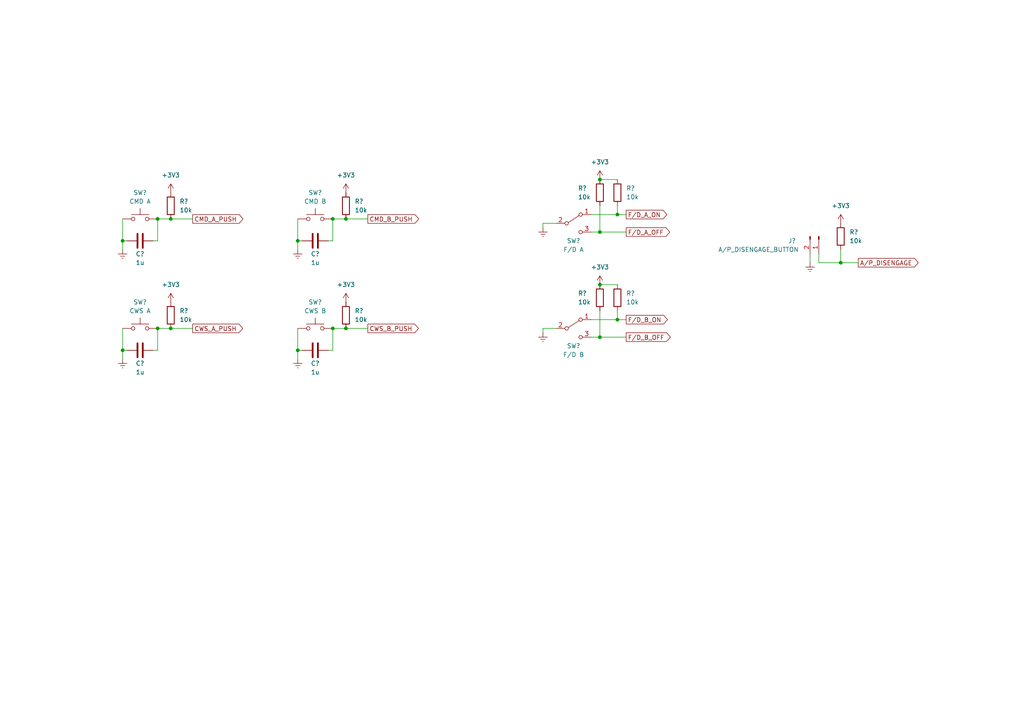
<source format=kicad_sch>
(kicad_sch (version 20211123) (generator eeschema)
  (paper "A4")
  (lib_symbols
    (symbol "Connector:Conn_01x02_Male" (pin_names (offset 1.016) hide)
      (property "Reference" "J" (at 0 2.54 0))
      (property "Value" "Conn_01x02_Male" (at 0 -5.08 0))
      (symbol "Conn_01x02_Male_1_1"
        (polyline (pts (xy 1.27 -2.54) (xy 0.8636 -2.54)) (stroke (width 0.1524)))
        (polyline (pts (xy 1.27 0) (xy 0.8636 0)) (stroke (width 0.1524)))
        (rectangle (start 0.8636 -2.413) (end 0 -2.667) (stroke (width 0.1524)) (fill (type outline)))
        (rectangle (start 0.8636 0.127) (end 0 -0.127) (stroke (width 0.1524)) (fill (type outline)))
        (pin passive line (at 5.08 0 180) (length 3.81) (name "Pin_1") (number "1"))
        (pin passive line (at 5.08 -2.54 180) (length 3.81) (name "Pin_2") (number "2"))
      )
    )
    (symbol "Device:C" (pin_numbers hide) (pin_names (offset 0.254))
      (property "Reference" "C" (at 0.635 2.54 0))
      (property "Value" "C" (at 0.635 -2.54 0))
      (symbol "C_0_1"
        (polyline (pts (xy -2.032 -0.762) (xy 2.032 -0.762)) (stroke (width 0.508)))
        (polyline (pts (xy -2.032 0.762) (xy 2.032 0.762)) (stroke (width 0.508)))
      )
      (symbol "C_1_1"
        (pin passive line (at 0 3.81 270) (length 2.794) (name "~") (number "1"))
        (pin passive line (at 0 -3.81 90) (length 2.794) (name "~") (number "2"))
      )
    )
    (symbol "Device:R" (pin_numbers hide) (pin_names (offset 0))
      (property "Reference" "R" (at 2.032 0 90))
      (property "Value" "R" (at 0 0 90))
      (symbol "R_0_1"
        (rectangle (start -1.016 -2.54) (end 1.016 2.54) (stroke (width 0.254)))
      )
      (symbol "R_1_1"
        (pin passive line (at 0 3.81 270) (length 1.27) (name "~") (number "1"))
        (pin passive line (at 0 -3.81 90) (length 1.27) (name "~") (number "2"))
      )
    )
    (symbol "Switch:SW_Push" (pin_numbers hide) (pin_names (offset 1.016) hide)
      (property "Reference" "SW" (at 1.27 2.54 0))
      (property "Value" "SW_Push" (at 0 -1.524 0))
      (symbol "SW_Push_0_1"
        (circle (center -2.032 0) (radius 0.508))
        (polyline (pts (xy 0 1.27) (xy 0 3.048)))
        (polyline (pts (xy 2.54 1.27) (xy -2.54 1.27)))
        (circle (center 2.032 0) (radius 0.508))
        (pin passive line (at -5.08 0 0) (length 2.54) (name "1") (number "1"))
        (pin passive line (at 5.08 0 180) (length 2.54) (name "2") (number "2"))
      )
    )
    (symbol "Switch:SW_SPDT" (pin_names (offset 0) hide)
      (property "Reference" "SW" (at 0 4.318 0))
      (property "Value" "SW_SPDT" (at 0 -5.08 0))
      (symbol "SW_SPDT_0_0"
        (circle (center -2.032 0) (radius 0.508))
        (circle (center 2.032 -2.54) (radius 0.508))
      )
      (symbol "SW_SPDT_0_1"
        (polyline (pts (xy -1.524 0.254) (xy 1.651 2.286)))
        (circle (center 2.032 2.54) (radius 0.508))
      )
      (symbol "SW_SPDT_1_1"
        (pin passive line (at 5.08 2.54 180) (length 2.54) (name "A") (number "1"))
        (pin passive line (at -5.08 0 0) (length 2.54) (name "B") (number "2"))
        (pin passive line (at 5.08 -2.54 180) (length 2.54) (name "C") (number "3"))
      )
    )
    (symbol "power:+3V3" (power) (pin_names (offset 0))
      (property "Value" "+3V3" (at 0 3.556 0))
      (symbol "+3V3_0_1"
        (polyline (pts (xy -0.762 1.27) (xy 0 2.54)))
        (polyline (pts (xy 0 0) (xy 0 2.54)))
        (polyline (pts (xy 0 2.54) (xy 0.762 1.27)))
      )
      (symbol "+3V3_1_1"
        (pin power_in line (at 0 0 90) (length 0) hide (name "+3V3") (number "1"))
      )
    )
    (symbol "power:Earth" (power) (pin_names (offset 0))
      (symbol "Earth_0_1"
        (polyline (pts (xy -0.635 -1.905) (xy 0.635 -1.905)))
        (polyline (pts (xy -0.127 -2.54) (xy 0.127 -2.54)))
        (polyline (pts (xy 0 -1.27) (xy 0 0)))
        (polyline (pts (xy 1.27 -1.27) (xy -1.27 -1.27)))
      )
      (symbol "Earth_1_1"
        (pin power_in line (at 0 0 270) (length 0) hide (name "Earth") (number "1"))
      )
    )
  )
  (junction (at 96.52 63.5))
  (junction (at 179.07 62.23))
  (junction (at 179.07 92.71))
  (junction (at 96.52 95.25))
  (junction (at 173.99 82.55))
  (junction (at 173.99 67.31))
  (junction (at 45.72 63.5))
  (junction (at 35.56 69.85))
  (junction (at 45.72 95.25))
  (junction (at 86.36 69.85))
  (junction (at 49.53 63.5))
  (junction (at 173.99 97.79))
  (junction (at 243.84 76.2))
  (junction (at 86.36 101.6))
  (junction (at 100.33 95.25))
  (junction (at 35.56 101.6))
  (junction (at 173.99 52.07))
  (junction (at 49.53 95.25))
  (junction (at 100.33 63.5))
  (wire (pts (xy 95.25 69.85) (xy 96.52 69.85)))
  (wire (pts (xy 96.52 63.5) (xy 100.33 63.5)))
  (wire (pts (xy 179.07 90.17) (xy 179.07 92.71)))
  (wire (pts (xy 173.99 52.07) (xy 179.07 52.07)))
  (wire (pts (xy 45.72 101.6) (xy 45.72 95.25)))
  (wire (pts (xy 45.72 69.85) (xy 45.72 63.5)))
  (wire (pts (xy 86.36 69.85) (xy 87.63 69.85)))
  (wire (pts (xy 95.25 101.6) (xy 96.52 101.6)))
  (wire (pts (xy 173.99 82.55) (xy 179.07 82.55)))
  (wire (pts (xy 181.61 92.71) (xy 179.07 92.71)))
  (wire (pts (xy 86.36 101.6) (xy 86.36 104.14)))
  (wire (pts (xy 173.99 59.69) (xy 173.99 67.31)))
  (wire (pts (xy 44.45 69.85) (xy 45.72 69.85)))
  (wire (pts (xy 179.07 59.69) (xy 179.07 62.23)))
  (wire (pts (xy 234.95 73.66) (xy 234.95 76.2)))
  (wire (pts (xy 96.52 69.85) (xy 96.52 63.5)))
  (wire (pts (xy 35.56 63.5) (xy 35.56 69.85)))
  (wire (pts (xy 35.56 69.85) (xy 35.56 72.39)))
  (wire (pts (xy 100.33 95.25) (xy 106.68 95.25)))
  (wire (pts (xy 181.61 97.79) (xy 173.99 97.79)))
  (wire (pts (xy 173.99 97.79) (xy 171.45 97.79)))
  (wire (pts (xy 179.07 92.71) (xy 171.45 92.71)))
  (wire (pts (xy 35.56 101.6) (xy 36.83 101.6)))
  (wire (pts (xy 243.84 76.2) (xy 248.92 76.2)))
  (wire (pts (xy 45.72 95.25) (xy 49.53 95.25)))
  (wire (pts (xy 157.48 95.25) (xy 161.29 95.25)))
  (wire (pts (xy 44.45 101.6) (xy 45.72 101.6)))
  (wire (pts (xy 157.48 64.77) (xy 161.29 64.77)))
  (wire (pts (xy 157.48 96.52) (xy 157.48 95.25)))
  (wire (pts (xy 86.36 95.25) (xy 86.36 101.6)))
  (wire (pts (xy 173.99 67.31) (xy 171.45 67.31)))
  (wire (pts (xy 96.52 95.25) (xy 100.33 95.25)))
  (wire (pts (xy 86.36 101.6) (xy 87.63 101.6)))
  (wire (pts (xy 100.33 63.5) (xy 106.68 63.5)))
  (wire (pts (xy 157.48 66.04) (xy 157.48 64.77)))
  (wire (pts (xy 96.52 101.6) (xy 96.52 95.25)))
  (wire (pts (xy 237.49 73.66) (xy 237.49 76.2)))
  (wire (pts (xy 49.53 63.5) (xy 55.88 63.5)))
  (wire (pts (xy 237.49 76.2) (xy 243.84 76.2)))
  (wire (pts (xy 35.56 69.85) (xy 36.83 69.85)))
  (wire (pts (xy 86.36 63.5) (xy 86.36 69.85)))
  (wire (pts (xy 179.07 62.23) (xy 171.45 62.23)))
  (wire (pts (xy 49.53 95.25) (xy 55.88 95.25)))
  (wire (pts (xy 35.56 95.25) (xy 35.56 101.6)))
  (wire (pts (xy 86.36 69.85) (xy 86.36 72.39)))
  (wire (pts (xy 243.84 72.39) (xy 243.84 76.2)))
  (wire (pts (xy 45.72 63.5) (xy 49.53 63.5)))
  (wire (pts (xy 181.61 62.23) (xy 179.07 62.23)))
  (wire (pts (xy 173.99 90.17) (xy 173.99 97.79)))
  (wire (pts (xy 181.61 67.31) (xy 173.99 67.31)))
  (wire (pts (xy 35.56 101.6) (xy 35.56 104.14)))
  (global_label "F{slash}D_B_OFF" (shape output) (at 181.61 97.79 0) (property "Intersheet References" "${INTERSHEET_REFS}" (effects hide)))
  (global_label "F{slash}D_A_ON" (shape output) (at 181.61 62.23 0) (property "Intersheet References" "${INTERSHEET_REFS}" (effects hide)))
  (global_label "CWS_A_PUSH" (shape output) (at 55.88 95.25 0) (property "Intersheet References" "${INTERSHEET_REFS}" (effects hide)))
  (global_label "F{slash}D_B_ON" (shape output) (at 181.61 92.71 0) (property "Intersheet References" "${INTERSHEET_REFS}" (effects hide)))
  (global_label "CMD_B_PUSH" (shape output) (at 106.68 63.5 0) (property "Intersheet References" "${INTERSHEET_REFS}" (effects hide)))
  (global_label "CMD_A_PUSH" (shape output) (at 55.88 63.5 0) (property "Intersheet References" "${INTERSHEET_REFS}" (effects hide)))
  (global_label "A{slash}P_DISENGAGE" (shape output) (at 248.92 76.2 0) (property "Intersheet References" "${INTERSHEET_REFS}" (effects hide)))
  (global_label "F{slash}D_A_OFF" (shape output) (at 181.61 67.31 0) (property "Intersheet References" "${INTERSHEET_REFS}" (effects hide)))
  (global_label "CWS_B_PUSH" (shape output) (at 106.68 95.25 0) (property "Intersheet References" "${INTERSHEET_REFS}" (effects hide)))
  (symbol (lib_id "power:Earth") (at 35.56 72.39 0) (unit 1)
    (property "Reference" "#PWR?" (effects hide))
    (property "Value" "Earth" (effects hide))
  )
  (symbol (lib_id "power:+3V3") (at 173.99 82.55 0) (unit 1)
    (property "Reference" "#PWR?" (effects hide))
    (property "Value" "+3V3" (at 173.99 77.47 0))
  )
  (symbol (lib_id "Device:C") (at 40.64 101.6 270) (unit 1)
    (property "Reference" "C?" (at 40.64 105.41 90))
    (property "Value" "1u" (at 40.64 107.95 90))
  )
  (symbol (lib_id "power:Earth") (at 86.36 72.39 0) (unit 1)
    (property "Reference" "#PWR?" (effects hide))
    (property "Value" "Earth" (effects hide))
  )
  (symbol (lib_id "Switch:SW_Push") (at 40.64 95.25 0) (unit 1)
    (property "Reference" "SW?" (at 40.64 87.63 0))
    (property "Value" "CWS A" (at 40.64 90.17 0))
  )
  (symbol (lib_id "Connector:Conn_01x02_Male") (at 237.49 68.58 270) (unit 1)
    (property "Reference" "J?" (at 228.6 69.85 90) (effects (justify left)))
    (property "Value" "A/P_DISENGAGE_BUTTON" (at 208.28 72.39 90) (effects (justify left)))
  )
  (symbol (lib_id "power:+3V3") (at 100.33 87.63 0) (unit 1)
    (property "Reference" "#PWR?" (effects hide))
    (property "Value" "+3V3" (at 100.33 82.55 0))
  )
  (symbol (lib_id "Switch:SW_Push") (at 91.44 95.25 0) (unit 1)
    (property "Reference" "SW?" (at 91.44 87.63 0))
    (property "Value" "CWS B" (at 91.44 90.17 0))
  )
  (symbol (lib_id "power:+3V3") (at 100.33 55.88 0) (unit 1)
    (property "Reference" "#PWR?" (effects hide))
    (property "Value" "+3V3" (at 100.33 50.8 0))
  )
  (symbol (lib_id "Device:C") (at 91.44 101.6 270) (unit 1)
    (property "Reference" "C?" (at 91.44 105.41 90))
    (property "Value" "1u" (at 91.44 107.95 90))
  )
  (symbol (lib_id "power:Earth") (at 35.56 104.14 0) (unit 1)
    (property "Reference" "#PWR?" (effects hide))
    (property "Value" "Earth" (effects hide))
  )
  (symbol (lib_id "Switch:SW_Push") (at 40.64 63.5 0) (unit 1)
    (property "Reference" "SW?" (at 40.64 55.88 0))
    (property "Value" "CMD A" (at 40.64 58.42 0))
  )
  (symbol (lib_id "Device:R") (at 100.33 59.69 0) (unit 1)
    (property "Reference" "R?" (at 102.87 58.4199 0) (effects (justify left)))
    (property "Value" "10k" (at 102.87 60.9599 0) (effects (justify left)))
  )
  (symbol (lib_id "Device:R") (at 179.07 86.36 0) (unit 1)
    (property "Reference" "R?" (at 181.61 85.0899 0) (effects (justify left)))
    (property "Value" "10k" (at 181.61 87.6299 0) (effects (justify left)))
  )
  (symbol (lib_id "Device:C") (at 40.64 69.85 270) (unit 1)
    (property "Reference" "C?" (at 40.64 73.66 90))
    (property "Value" "1u" (at 40.64 76.2 90))
  )
  (symbol (lib_id "power:Earth") (at 157.48 66.04 0) (unit 1)
    (property "Reference" "#PWR?" (effects hide))
    (property "Value" "Earth" (effects hide))
  )
  (symbol (lib_id "power:+3V3") (at 173.99 52.07 0) (unit 1)
    (property "Reference" "#PWR?" (effects hide))
    (property "Value" "+3V3" (at 173.99 46.99 0))
  )
  (symbol (lib_id "Device:R") (at 100.33 91.44 0) (unit 1)
    (property "Reference" "R?" (at 102.87 90.1699 0) (effects (justify left)))
    (property "Value" "10k" (at 102.87 92.7099 0) (effects (justify left)))
  )
  (symbol (lib_id "Device:R") (at 243.84 68.58 0) (unit 1)
    (property "Reference" "R?" (at 246.38 67.31 0) (effects (justify left)))
    (property "Value" "10k" (at 246.38 69.85 0) (effects (justify left)))
  )
  (symbol (lib_id "Device:R") (at 49.53 59.69 0) (unit 1)
    (property "Reference" "R?" (at 52.07 58.4199 0) (effects (justify left)))
    (property "Value" "10k" (at 52.07 60.9599 0) (effects (justify left)))
  )
  (symbol (lib_id "Device:R") (at 173.99 55.88 0) (unit 1)
    (property "Reference" "R?" (at 167.64 54.61 0) (effects (justify left)))
    (property "Value" "10k" (at 167.64 57.15 0) (effects (justify left)))
  )
  (symbol (lib_id "power:+3V3") (at 49.53 87.63 0) (unit 1)
    (property "Reference" "#PWR?" (effects hide))
    (property "Value" "+3V3" (at 49.53 82.55 0))
  )
  (symbol (lib_id "Device:R") (at 49.53 91.44 0) (unit 1)
    (property "Reference" "R?" (at 52.07 90.1699 0) (effects (justify left)))
    (property "Value" "10k" (at 52.07 92.7099 0) (effects (justify left)))
  )
  (symbol (lib_id "Device:C") (at 91.44 69.85 270) (unit 1)
    (property "Reference" "C?" (at 91.44 73.66 90))
    (property "Value" "1u" (at 91.44 76.2 90))
  )
  (symbol (lib_id "power:+3V3") (at 49.53 55.88 0) (unit 1)
    (property "Reference" "#PWR?" (effects hide))
    (property "Value" "+3V3" (at 49.53 50.8 0))
  )
  (symbol (lib_id "power:+3V3") (at 243.84 64.77 0) (unit 1)
    (property "Reference" "#PWR?" (effects hide))
    (property "Value" "+3V3" (at 243.84 59.69 0))
  )
  (symbol (lib_id "power:Earth") (at 157.48 96.52 0) (unit 1)
    (property "Reference" "#PWR?" (effects hide))
    (property "Value" "Earth" (effects hide))
  )
  (symbol (lib_id "Device:R") (at 173.99 86.36 0) (unit 1)
    (property "Reference" "R?" (at 167.64 85.09 0) (effects (justify left)))
    (property "Value" "10k" (at 167.64 87.63 0) (effects (justify left)))
  )
  (symbol (lib_id "Switch:SW_SPDT") (at 166.37 95.25 0) (unit 1)
    (property "Reference" "SW?" (at 166.37 100.33 0))
    (property "Value" "F/D B" (at 166.37 102.87 0))
  )
  (symbol (lib_id "power:Earth") (at 86.36 104.14 0) (unit 1)
    (property "Reference" "#PWR?" (effects hide))
    (property "Value" "Earth" (effects hide))
  )
  (symbol (lib_id "Device:R") (at 179.07 55.88 0) (unit 1)
    (property "Reference" "R?" (at 181.61 54.6099 0) (effects (justify left)))
    (property "Value" "10k" (at 181.61 57.1499 0) (effects (justify left)))
  )
  (symbol (lib_id "Switch:SW_Push") (at 91.44 63.5 0) (unit 1)
    (property "Reference" "SW?" (at 91.44 55.88 0))
    (property "Value" "CMD B" (at 91.44 58.42 0))
  )
  (symbol (lib_id "power:Earth") (at 234.95 76.2 0) (unit 1)
    (property "Reference" "#PWR?" (effects hide))
    (property "Value" "Earth" (effects hide))
  )
  (symbol (lib_id "Switch:SW_SPDT") (at 166.37 64.77 0) (unit 1)
    (property "Reference" "SW?" (at 166.37 69.85 0))
    (property "Value" "F/D A" (at 166.37 72.39 0))
  )
)
</source>
